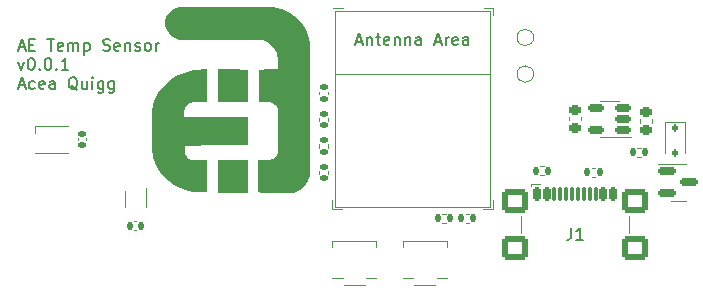
<source format=gbr>
%TF.GenerationSoftware,KiCad,Pcbnew,9.0.1*%
%TF.CreationDate,2025-08-28T21:03:41+10:00*%
%TF.ProjectId,ae-temp-monitor,61652d74-656d-4702-9d6d-6f6e69746f72,rev?*%
%TF.SameCoordinates,Original*%
%TF.FileFunction,Legend,Top*%
%TF.FilePolarity,Positive*%
%FSLAX46Y46*%
G04 Gerber Fmt 4.6, Leading zero omitted, Abs format (unit mm)*
G04 Created by KiCad (PCBNEW 9.0.1) date 2025-08-28 21:03:41*
%MOMM*%
%LPD*%
G01*
G04 APERTURE LIST*
G04 Aperture macros list*
%AMRoundRect*
0 Rectangle with rounded corners*
0 $1 Rounding radius*
0 $2 $3 $4 $5 $6 $7 $8 $9 X,Y pos of 4 corners*
0 Add a 4 corners polygon primitive as box body*
4,1,4,$2,$3,$4,$5,$6,$7,$8,$9,$2,$3,0*
0 Add four circle primitives for the rounded corners*
1,1,$1+$1,$2,$3*
1,1,$1+$1,$4,$5*
1,1,$1+$1,$6,$7*
1,1,$1+$1,$8,$9*
0 Add four rect primitives between the rounded corners*
20,1,$1+$1,$2,$3,$4,$5,0*
20,1,$1+$1,$4,$5,$6,$7,0*
20,1,$1+$1,$6,$7,$8,$9,0*
20,1,$1+$1,$8,$9,$2,$3,0*%
%AMFreePoly0*
4,1,6,0.725000,-0.725000,-0.725000,-0.725000,-0.725000,0.125000,-0.125000,0.725000,0.725000,0.725000,0.725000,-0.725000,0.725000,-0.725000,$1*%
G04 Aperture macros list end*
%ADD10C,0.150000*%
%ADD11C,0.120000*%
%ADD12C,0.000000*%
%ADD13C,0.750000*%
%ADD14R,1.400000X0.900000*%
%ADD15RoundRect,0.140000X0.170000X-0.140000X0.170000X0.140000X-0.170000X0.140000X-0.170000X-0.140000X0*%
%ADD16RoundRect,0.140000X-0.170000X0.140000X-0.170000X-0.140000X0.170000X-0.140000X0.170000X0.140000X0*%
%ADD17C,0.650000*%
%ADD18RoundRect,0.150000X-0.150000X-0.425000X0.150000X-0.425000X0.150000X0.425000X-0.150000X0.425000X0*%
%ADD19RoundRect,0.075000X-0.075000X-0.500000X0.075000X-0.500000X0.075000X0.500000X-0.075000X0.500000X0*%
%ADD20RoundRect,0.250000X-0.840000X-0.750000X0.840000X-0.750000X0.840000X0.750000X-0.840000X0.750000X0*%
%ADD21RoundRect,0.140000X0.140000X0.170000X-0.140000X0.170000X-0.140000X-0.170000X0.140000X-0.170000X0*%
%ADD22R,0.800000X0.400000*%
%ADD23R,0.400000X0.800000*%
%ADD24R,1.450000X1.450000*%
%ADD25FreePoly0,0.000000*%
%ADD26R,0.700000X0.700000*%
%ADD27RoundRect,0.135000X0.135000X0.185000X-0.135000X0.185000X-0.135000X-0.185000X0.135000X-0.185000X0*%
%ADD28RoundRect,0.135000X-0.185000X0.135000X-0.185000X-0.135000X0.185000X-0.135000X0.185000X0.135000X0*%
%ADD29R,0.340000X0.700000*%
%ADD30RoundRect,0.150000X-0.587500X-0.150000X0.587500X-0.150000X0.587500X0.150000X-0.587500X0.150000X0*%
%ADD31RoundRect,0.135000X-0.135000X-0.185000X0.135000X-0.185000X0.135000X0.185000X-0.135000X0.185000X0*%
%ADD32RoundRect,0.112500X-0.112500X0.187500X-0.112500X-0.187500X0.112500X-0.187500X0.112500X0.187500X0*%
%ADD33C,1.000000*%
%ADD34RoundRect,0.225000X0.250000X-0.225000X0.250000X0.225000X-0.250000X0.225000X-0.250000X-0.225000X0*%
%ADD35RoundRect,0.150000X0.512500X0.150000X-0.512500X0.150000X-0.512500X-0.150000X0.512500X-0.150000X0*%
%ADD36C,1.900000*%
G04 APERTURE END LIST*
D10*
X110764160Y-67574140D02*
X111240350Y-67574140D01*
X110668922Y-67859855D02*
X111002255Y-66859855D01*
X111002255Y-66859855D02*
X111335588Y-67859855D01*
X111668922Y-67336045D02*
X112002255Y-67336045D01*
X112145112Y-67859855D02*
X111668922Y-67859855D01*
X111668922Y-67859855D02*
X111668922Y-66859855D01*
X111668922Y-66859855D02*
X112145112Y-66859855D01*
X113192732Y-66859855D02*
X113764160Y-66859855D01*
X113478446Y-67859855D02*
X113478446Y-66859855D01*
X114478446Y-67812236D02*
X114383208Y-67859855D01*
X114383208Y-67859855D02*
X114192732Y-67859855D01*
X114192732Y-67859855D02*
X114097494Y-67812236D01*
X114097494Y-67812236D02*
X114049875Y-67716997D01*
X114049875Y-67716997D02*
X114049875Y-67336045D01*
X114049875Y-67336045D02*
X114097494Y-67240807D01*
X114097494Y-67240807D02*
X114192732Y-67193188D01*
X114192732Y-67193188D02*
X114383208Y-67193188D01*
X114383208Y-67193188D02*
X114478446Y-67240807D01*
X114478446Y-67240807D02*
X114526065Y-67336045D01*
X114526065Y-67336045D02*
X114526065Y-67431283D01*
X114526065Y-67431283D02*
X114049875Y-67526521D01*
X114954637Y-67859855D02*
X114954637Y-67193188D01*
X114954637Y-67288426D02*
X115002256Y-67240807D01*
X115002256Y-67240807D02*
X115097494Y-67193188D01*
X115097494Y-67193188D02*
X115240351Y-67193188D01*
X115240351Y-67193188D02*
X115335589Y-67240807D01*
X115335589Y-67240807D02*
X115383208Y-67336045D01*
X115383208Y-67336045D02*
X115383208Y-67859855D01*
X115383208Y-67336045D02*
X115430827Y-67240807D01*
X115430827Y-67240807D02*
X115526065Y-67193188D01*
X115526065Y-67193188D02*
X115668922Y-67193188D01*
X115668922Y-67193188D02*
X115764161Y-67240807D01*
X115764161Y-67240807D02*
X115811780Y-67336045D01*
X115811780Y-67336045D02*
X115811780Y-67859855D01*
X116287970Y-67193188D02*
X116287970Y-68193188D01*
X116287970Y-67240807D02*
X116383208Y-67193188D01*
X116383208Y-67193188D02*
X116573684Y-67193188D01*
X116573684Y-67193188D02*
X116668922Y-67240807D01*
X116668922Y-67240807D02*
X116716541Y-67288426D01*
X116716541Y-67288426D02*
X116764160Y-67383664D01*
X116764160Y-67383664D02*
X116764160Y-67669378D01*
X116764160Y-67669378D02*
X116716541Y-67764616D01*
X116716541Y-67764616D02*
X116668922Y-67812236D01*
X116668922Y-67812236D02*
X116573684Y-67859855D01*
X116573684Y-67859855D02*
X116383208Y-67859855D01*
X116383208Y-67859855D02*
X116287970Y-67812236D01*
X117907018Y-67812236D02*
X118049875Y-67859855D01*
X118049875Y-67859855D02*
X118287970Y-67859855D01*
X118287970Y-67859855D02*
X118383208Y-67812236D01*
X118383208Y-67812236D02*
X118430827Y-67764616D01*
X118430827Y-67764616D02*
X118478446Y-67669378D01*
X118478446Y-67669378D02*
X118478446Y-67574140D01*
X118478446Y-67574140D02*
X118430827Y-67478902D01*
X118430827Y-67478902D02*
X118383208Y-67431283D01*
X118383208Y-67431283D02*
X118287970Y-67383664D01*
X118287970Y-67383664D02*
X118097494Y-67336045D01*
X118097494Y-67336045D02*
X118002256Y-67288426D01*
X118002256Y-67288426D02*
X117954637Y-67240807D01*
X117954637Y-67240807D02*
X117907018Y-67145569D01*
X117907018Y-67145569D02*
X117907018Y-67050331D01*
X117907018Y-67050331D02*
X117954637Y-66955093D01*
X117954637Y-66955093D02*
X118002256Y-66907474D01*
X118002256Y-66907474D02*
X118097494Y-66859855D01*
X118097494Y-66859855D02*
X118335589Y-66859855D01*
X118335589Y-66859855D02*
X118478446Y-66907474D01*
X119287970Y-67812236D02*
X119192732Y-67859855D01*
X119192732Y-67859855D02*
X119002256Y-67859855D01*
X119002256Y-67859855D02*
X118907018Y-67812236D01*
X118907018Y-67812236D02*
X118859399Y-67716997D01*
X118859399Y-67716997D02*
X118859399Y-67336045D01*
X118859399Y-67336045D02*
X118907018Y-67240807D01*
X118907018Y-67240807D02*
X119002256Y-67193188D01*
X119002256Y-67193188D02*
X119192732Y-67193188D01*
X119192732Y-67193188D02*
X119287970Y-67240807D01*
X119287970Y-67240807D02*
X119335589Y-67336045D01*
X119335589Y-67336045D02*
X119335589Y-67431283D01*
X119335589Y-67431283D02*
X118859399Y-67526521D01*
X119764161Y-67193188D02*
X119764161Y-67859855D01*
X119764161Y-67288426D02*
X119811780Y-67240807D01*
X119811780Y-67240807D02*
X119907018Y-67193188D01*
X119907018Y-67193188D02*
X120049875Y-67193188D01*
X120049875Y-67193188D02*
X120145113Y-67240807D01*
X120145113Y-67240807D02*
X120192732Y-67336045D01*
X120192732Y-67336045D02*
X120192732Y-67859855D01*
X120621304Y-67812236D02*
X120716542Y-67859855D01*
X120716542Y-67859855D02*
X120907018Y-67859855D01*
X120907018Y-67859855D02*
X121002256Y-67812236D01*
X121002256Y-67812236D02*
X121049875Y-67716997D01*
X121049875Y-67716997D02*
X121049875Y-67669378D01*
X121049875Y-67669378D02*
X121002256Y-67574140D01*
X121002256Y-67574140D02*
X120907018Y-67526521D01*
X120907018Y-67526521D02*
X120764161Y-67526521D01*
X120764161Y-67526521D02*
X120668923Y-67478902D01*
X120668923Y-67478902D02*
X120621304Y-67383664D01*
X120621304Y-67383664D02*
X120621304Y-67336045D01*
X120621304Y-67336045D02*
X120668923Y-67240807D01*
X120668923Y-67240807D02*
X120764161Y-67193188D01*
X120764161Y-67193188D02*
X120907018Y-67193188D01*
X120907018Y-67193188D02*
X121002256Y-67240807D01*
X121621304Y-67859855D02*
X121526066Y-67812236D01*
X121526066Y-67812236D02*
X121478447Y-67764616D01*
X121478447Y-67764616D02*
X121430828Y-67669378D01*
X121430828Y-67669378D02*
X121430828Y-67383664D01*
X121430828Y-67383664D02*
X121478447Y-67288426D01*
X121478447Y-67288426D02*
X121526066Y-67240807D01*
X121526066Y-67240807D02*
X121621304Y-67193188D01*
X121621304Y-67193188D02*
X121764161Y-67193188D01*
X121764161Y-67193188D02*
X121859399Y-67240807D01*
X121859399Y-67240807D02*
X121907018Y-67288426D01*
X121907018Y-67288426D02*
X121954637Y-67383664D01*
X121954637Y-67383664D02*
X121954637Y-67669378D01*
X121954637Y-67669378D02*
X121907018Y-67764616D01*
X121907018Y-67764616D02*
X121859399Y-67812236D01*
X121859399Y-67812236D02*
X121764161Y-67859855D01*
X121764161Y-67859855D02*
X121621304Y-67859855D01*
X122383209Y-67859855D02*
X122383209Y-67193188D01*
X122383209Y-67383664D02*
X122430828Y-67288426D01*
X122430828Y-67288426D02*
X122478447Y-67240807D01*
X122478447Y-67240807D02*
X122573685Y-67193188D01*
X122573685Y-67193188D02*
X122668923Y-67193188D01*
X110716541Y-68803132D02*
X110954636Y-69469799D01*
X110954636Y-69469799D02*
X111192731Y-68803132D01*
X111764160Y-68469799D02*
X111859398Y-68469799D01*
X111859398Y-68469799D02*
X111954636Y-68517418D01*
X111954636Y-68517418D02*
X112002255Y-68565037D01*
X112002255Y-68565037D02*
X112049874Y-68660275D01*
X112049874Y-68660275D02*
X112097493Y-68850751D01*
X112097493Y-68850751D02*
X112097493Y-69088846D01*
X112097493Y-69088846D02*
X112049874Y-69279322D01*
X112049874Y-69279322D02*
X112002255Y-69374560D01*
X112002255Y-69374560D02*
X111954636Y-69422180D01*
X111954636Y-69422180D02*
X111859398Y-69469799D01*
X111859398Y-69469799D02*
X111764160Y-69469799D01*
X111764160Y-69469799D02*
X111668922Y-69422180D01*
X111668922Y-69422180D02*
X111621303Y-69374560D01*
X111621303Y-69374560D02*
X111573684Y-69279322D01*
X111573684Y-69279322D02*
X111526065Y-69088846D01*
X111526065Y-69088846D02*
X111526065Y-68850751D01*
X111526065Y-68850751D02*
X111573684Y-68660275D01*
X111573684Y-68660275D02*
X111621303Y-68565037D01*
X111621303Y-68565037D02*
X111668922Y-68517418D01*
X111668922Y-68517418D02*
X111764160Y-68469799D01*
X112526065Y-69374560D02*
X112573684Y-69422180D01*
X112573684Y-69422180D02*
X112526065Y-69469799D01*
X112526065Y-69469799D02*
X112478446Y-69422180D01*
X112478446Y-69422180D02*
X112526065Y-69374560D01*
X112526065Y-69374560D02*
X112526065Y-69469799D01*
X113192731Y-68469799D02*
X113287969Y-68469799D01*
X113287969Y-68469799D02*
X113383207Y-68517418D01*
X113383207Y-68517418D02*
X113430826Y-68565037D01*
X113430826Y-68565037D02*
X113478445Y-68660275D01*
X113478445Y-68660275D02*
X113526064Y-68850751D01*
X113526064Y-68850751D02*
X113526064Y-69088846D01*
X113526064Y-69088846D02*
X113478445Y-69279322D01*
X113478445Y-69279322D02*
X113430826Y-69374560D01*
X113430826Y-69374560D02*
X113383207Y-69422180D01*
X113383207Y-69422180D02*
X113287969Y-69469799D01*
X113287969Y-69469799D02*
X113192731Y-69469799D01*
X113192731Y-69469799D02*
X113097493Y-69422180D01*
X113097493Y-69422180D02*
X113049874Y-69374560D01*
X113049874Y-69374560D02*
X113002255Y-69279322D01*
X113002255Y-69279322D02*
X112954636Y-69088846D01*
X112954636Y-69088846D02*
X112954636Y-68850751D01*
X112954636Y-68850751D02*
X113002255Y-68660275D01*
X113002255Y-68660275D02*
X113049874Y-68565037D01*
X113049874Y-68565037D02*
X113097493Y-68517418D01*
X113097493Y-68517418D02*
X113192731Y-68469799D01*
X113954636Y-69374560D02*
X114002255Y-69422180D01*
X114002255Y-69422180D02*
X113954636Y-69469799D01*
X113954636Y-69469799D02*
X113907017Y-69422180D01*
X113907017Y-69422180D02*
X113954636Y-69374560D01*
X113954636Y-69374560D02*
X113954636Y-69469799D01*
X114954635Y-69469799D02*
X114383207Y-69469799D01*
X114668921Y-69469799D02*
X114668921Y-68469799D01*
X114668921Y-68469799D02*
X114573683Y-68612656D01*
X114573683Y-68612656D02*
X114478445Y-68707894D01*
X114478445Y-68707894D02*
X114383207Y-68755513D01*
X110764160Y-70794028D02*
X111240350Y-70794028D01*
X110668922Y-71079743D02*
X111002255Y-70079743D01*
X111002255Y-70079743D02*
X111335588Y-71079743D01*
X112097493Y-71032124D02*
X112002255Y-71079743D01*
X112002255Y-71079743D02*
X111811779Y-71079743D01*
X111811779Y-71079743D02*
X111716541Y-71032124D01*
X111716541Y-71032124D02*
X111668922Y-70984504D01*
X111668922Y-70984504D02*
X111621303Y-70889266D01*
X111621303Y-70889266D02*
X111621303Y-70603552D01*
X111621303Y-70603552D02*
X111668922Y-70508314D01*
X111668922Y-70508314D02*
X111716541Y-70460695D01*
X111716541Y-70460695D02*
X111811779Y-70413076D01*
X111811779Y-70413076D02*
X112002255Y-70413076D01*
X112002255Y-70413076D02*
X112097493Y-70460695D01*
X112907017Y-71032124D02*
X112811779Y-71079743D01*
X112811779Y-71079743D02*
X112621303Y-71079743D01*
X112621303Y-71079743D02*
X112526065Y-71032124D01*
X112526065Y-71032124D02*
X112478446Y-70936885D01*
X112478446Y-70936885D02*
X112478446Y-70555933D01*
X112478446Y-70555933D02*
X112526065Y-70460695D01*
X112526065Y-70460695D02*
X112621303Y-70413076D01*
X112621303Y-70413076D02*
X112811779Y-70413076D01*
X112811779Y-70413076D02*
X112907017Y-70460695D01*
X112907017Y-70460695D02*
X112954636Y-70555933D01*
X112954636Y-70555933D02*
X112954636Y-70651171D01*
X112954636Y-70651171D02*
X112478446Y-70746409D01*
X113811779Y-71079743D02*
X113811779Y-70555933D01*
X113811779Y-70555933D02*
X113764160Y-70460695D01*
X113764160Y-70460695D02*
X113668922Y-70413076D01*
X113668922Y-70413076D02*
X113478446Y-70413076D01*
X113478446Y-70413076D02*
X113383208Y-70460695D01*
X113811779Y-71032124D02*
X113716541Y-71079743D01*
X113716541Y-71079743D02*
X113478446Y-71079743D01*
X113478446Y-71079743D02*
X113383208Y-71032124D01*
X113383208Y-71032124D02*
X113335589Y-70936885D01*
X113335589Y-70936885D02*
X113335589Y-70841647D01*
X113335589Y-70841647D02*
X113383208Y-70746409D01*
X113383208Y-70746409D02*
X113478446Y-70698790D01*
X113478446Y-70698790D02*
X113716541Y-70698790D01*
X113716541Y-70698790D02*
X113811779Y-70651171D01*
X115716541Y-71174981D02*
X115621303Y-71127362D01*
X115621303Y-71127362D02*
X115526065Y-71032124D01*
X115526065Y-71032124D02*
X115383208Y-70889266D01*
X115383208Y-70889266D02*
X115287970Y-70841647D01*
X115287970Y-70841647D02*
X115192732Y-70841647D01*
X115240351Y-71079743D02*
X115145113Y-71032124D01*
X115145113Y-71032124D02*
X115049875Y-70936885D01*
X115049875Y-70936885D02*
X115002256Y-70746409D01*
X115002256Y-70746409D02*
X115002256Y-70413076D01*
X115002256Y-70413076D02*
X115049875Y-70222600D01*
X115049875Y-70222600D02*
X115145113Y-70127362D01*
X115145113Y-70127362D02*
X115240351Y-70079743D01*
X115240351Y-70079743D02*
X115430827Y-70079743D01*
X115430827Y-70079743D02*
X115526065Y-70127362D01*
X115526065Y-70127362D02*
X115621303Y-70222600D01*
X115621303Y-70222600D02*
X115668922Y-70413076D01*
X115668922Y-70413076D02*
X115668922Y-70746409D01*
X115668922Y-70746409D02*
X115621303Y-70936885D01*
X115621303Y-70936885D02*
X115526065Y-71032124D01*
X115526065Y-71032124D02*
X115430827Y-71079743D01*
X115430827Y-71079743D02*
X115240351Y-71079743D01*
X116526065Y-70413076D02*
X116526065Y-71079743D01*
X116097494Y-70413076D02*
X116097494Y-70936885D01*
X116097494Y-70936885D02*
X116145113Y-71032124D01*
X116145113Y-71032124D02*
X116240351Y-71079743D01*
X116240351Y-71079743D02*
X116383208Y-71079743D01*
X116383208Y-71079743D02*
X116478446Y-71032124D01*
X116478446Y-71032124D02*
X116526065Y-70984504D01*
X117002256Y-71079743D02*
X117002256Y-70413076D01*
X117002256Y-70079743D02*
X116954637Y-70127362D01*
X116954637Y-70127362D02*
X117002256Y-70174981D01*
X117002256Y-70174981D02*
X117049875Y-70127362D01*
X117049875Y-70127362D02*
X117002256Y-70079743D01*
X117002256Y-70079743D02*
X117002256Y-70174981D01*
X117907017Y-70413076D02*
X117907017Y-71222600D01*
X117907017Y-71222600D02*
X117859398Y-71317838D01*
X117859398Y-71317838D02*
X117811779Y-71365457D01*
X117811779Y-71365457D02*
X117716541Y-71413076D01*
X117716541Y-71413076D02*
X117573684Y-71413076D01*
X117573684Y-71413076D02*
X117478446Y-71365457D01*
X117907017Y-71032124D02*
X117811779Y-71079743D01*
X117811779Y-71079743D02*
X117621303Y-71079743D01*
X117621303Y-71079743D02*
X117526065Y-71032124D01*
X117526065Y-71032124D02*
X117478446Y-70984504D01*
X117478446Y-70984504D02*
X117430827Y-70889266D01*
X117430827Y-70889266D02*
X117430827Y-70603552D01*
X117430827Y-70603552D02*
X117478446Y-70508314D01*
X117478446Y-70508314D02*
X117526065Y-70460695D01*
X117526065Y-70460695D02*
X117621303Y-70413076D01*
X117621303Y-70413076D02*
X117811779Y-70413076D01*
X117811779Y-70413076D02*
X117907017Y-70460695D01*
X118811779Y-70413076D02*
X118811779Y-71222600D01*
X118811779Y-71222600D02*
X118764160Y-71317838D01*
X118764160Y-71317838D02*
X118716541Y-71365457D01*
X118716541Y-71365457D02*
X118621303Y-71413076D01*
X118621303Y-71413076D02*
X118478446Y-71413076D01*
X118478446Y-71413076D02*
X118383208Y-71365457D01*
X118811779Y-71032124D02*
X118716541Y-71079743D01*
X118716541Y-71079743D02*
X118526065Y-71079743D01*
X118526065Y-71079743D02*
X118430827Y-71032124D01*
X118430827Y-71032124D02*
X118383208Y-70984504D01*
X118383208Y-70984504D02*
X118335589Y-70889266D01*
X118335589Y-70889266D02*
X118335589Y-70603552D01*
X118335589Y-70603552D02*
X118383208Y-70508314D01*
X118383208Y-70508314D02*
X118430827Y-70460695D01*
X118430827Y-70460695D02*
X118526065Y-70413076D01*
X118526065Y-70413076D02*
X118716541Y-70413076D01*
X118716541Y-70413076D02*
X118811779Y-70460695D01*
X157526666Y-82854743D02*
X157526666Y-83569028D01*
X157526666Y-83569028D02*
X157479047Y-83711885D01*
X157479047Y-83711885D02*
X157383809Y-83807124D01*
X157383809Y-83807124D02*
X157240952Y-83854743D01*
X157240952Y-83854743D02*
X157145714Y-83854743D01*
X158526666Y-83854743D02*
X157955238Y-83854743D01*
X158240952Y-83854743D02*
X158240952Y-82854743D01*
X158240952Y-82854743D02*
X158145714Y-82997600D01*
X158145714Y-82997600D02*
X158050476Y-83092838D01*
X158050476Y-83092838D02*
X157955238Y-83140457D01*
X139341689Y-67079029D02*
X139817879Y-67079029D01*
X139246451Y-67364744D02*
X139579784Y-66364744D01*
X139579784Y-66364744D02*
X139913117Y-67364744D01*
X140246451Y-66698077D02*
X140246451Y-67364744D01*
X140246451Y-66793315D02*
X140294070Y-66745696D01*
X140294070Y-66745696D02*
X140389308Y-66698077D01*
X140389308Y-66698077D02*
X140532165Y-66698077D01*
X140532165Y-66698077D02*
X140627403Y-66745696D01*
X140627403Y-66745696D02*
X140675022Y-66840934D01*
X140675022Y-66840934D02*
X140675022Y-67364744D01*
X141008356Y-66698077D02*
X141389308Y-66698077D01*
X141151213Y-66364744D02*
X141151213Y-67221886D01*
X141151213Y-67221886D02*
X141198832Y-67317125D01*
X141198832Y-67317125D02*
X141294070Y-67364744D01*
X141294070Y-67364744D02*
X141389308Y-67364744D01*
X142103594Y-67317125D02*
X142008356Y-67364744D01*
X142008356Y-67364744D02*
X141817880Y-67364744D01*
X141817880Y-67364744D02*
X141722642Y-67317125D01*
X141722642Y-67317125D02*
X141675023Y-67221886D01*
X141675023Y-67221886D02*
X141675023Y-66840934D01*
X141675023Y-66840934D02*
X141722642Y-66745696D01*
X141722642Y-66745696D02*
X141817880Y-66698077D01*
X141817880Y-66698077D02*
X142008356Y-66698077D01*
X142008356Y-66698077D02*
X142103594Y-66745696D01*
X142103594Y-66745696D02*
X142151213Y-66840934D01*
X142151213Y-66840934D02*
X142151213Y-66936172D01*
X142151213Y-66936172D02*
X141675023Y-67031410D01*
X142579785Y-66698077D02*
X142579785Y-67364744D01*
X142579785Y-66793315D02*
X142627404Y-66745696D01*
X142627404Y-66745696D02*
X142722642Y-66698077D01*
X142722642Y-66698077D02*
X142865499Y-66698077D01*
X142865499Y-66698077D02*
X142960737Y-66745696D01*
X142960737Y-66745696D02*
X143008356Y-66840934D01*
X143008356Y-66840934D02*
X143008356Y-67364744D01*
X143484547Y-66698077D02*
X143484547Y-67364744D01*
X143484547Y-66793315D02*
X143532166Y-66745696D01*
X143532166Y-66745696D02*
X143627404Y-66698077D01*
X143627404Y-66698077D02*
X143770261Y-66698077D01*
X143770261Y-66698077D02*
X143865499Y-66745696D01*
X143865499Y-66745696D02*
X143913118Y-66840934D01*
X143913118Y-66840934D02*
X143913118Y-67364744D01*
X144817880Y-67364744D02*
X144817880Y-66840934D01*
X144817880Y-66840934D02*
X144770261Y-66745696D01*
X144770261Y-66745696D02*
X144675023Y-66698077D01*
X144675023Y-66698077D02*
X144484547Y-66698077D01*
X144484547Y-66698077D02*
X144389309Y-66745696D01*
X144817880Y-67317125D02*
X144722642Y-67364744D01*
X144722642Y-67364744D02*
X144484547Y-67364744D01*
X144484547Y-67364744D02*
X144389309Y-67317125D01*
X144389309Y-67317125D02*
X144341690Y-67221886D01*
X144341690Y-67221886D02*
X144341690Y-67126648D01*
X144341690Y-67126648D02*
X144389309Y-67031410D01*
X144389309Y-67031410D02*
X144484547Y-66983791D01*
X144484547Y-66983791D02*
X144722642Y-66983791D01*
X144722642Y-66983791D02*
X144817880Y-66936172D01*
X146008357Y-67079029D02*
X146484547Y-67079029D01*
X145913119Y-67364744D02*
X146246452Y-66364744D01*
X146246452Y-66364744D02*
X146579785Y-67364744D01*
X146913119Y-67364744D02*
X146913119Y-66698077D01*
X146913119Y-66888553D02*
X146960738Y-66793315D01*
X146960738Y-66793315D02*
X147008357Y-66745696D01*
X147008357Y-66745696D02*
X147103595Y-66698077D01*
X147103595Y-66698077D02*
X147198833Y-66698077D01*
X147913119Y-67317125D02*
X147817881Y-67364744D01*
X147817881Y-67364744D02*
X147627405Y-67364744D01*
X147627405Y-67364744D02*
X147532167Y-67317125D01*
X147532167Y-67317125D02*
X147484548Y-67221886D01*
X147484548Y-67221886D02*
X147484548Y-66840934D01*
X147484548Y-66840934D02*
X147532167Y-66745696D01*
X147532167Y-66745696D02*
X147627405Y-66698077D01*
X147627405Y-66698077D02*
X147817881Y-66698077D01*
X147817881Y-66698077D02*
X147913119Y-66745696D01*
X147913119Y-66745696D02*
X147960738Y-66840934D01*
X147960738Y-66840934D02*
X147960738Y-66936172D01*
X147960738Y-66936172D02*
X147484548Y-67031410D01*
X148817881Y-67364744D02*
X148817881Y-66840934D01*
X148817881Y-66840934D02*
X148770262Y-66745696D01*
X148770262Y-66745696D02*
X148675024Y-66698077D01*
X148675024Y-66698077D02*
X148484548Y-66698077D01*
X148484548Y-66698077D02*
X148389310Y-66745696D01*
X148817881Y-67317125D02*
X148722643Y-67364744D01*
X148722643Y-67364744D02*
X148484548Y-67364744D01*
X148484548Y-67364744D02*
X148389310Y-67317125D01*
X148389310Y-67317125D02*
X148341691Y-67221886D01*
X148341691Y-67221886D02*
X148341691Y-67126648D01*
X148341691Y-67126648D02*
X148389310Y-67031410D01*
X148389310Y-67031410D02*
X148484548Y-66983791D01*
X148484548Y-66983791D02*
X148722643Y-66983791D01*
X148722643Y-66983791D02*
X148817881Y-66936172D01*
D11*
%TO.C,SW2*%
X143295000Y-83964924D02*
X143295000Y-84514924D01*
X143295000Y-83964924D02*
X146995000Y-83964924D01*
X143295000Y-87064924D02*
X144157501Y-87064924D01*
X144245000Y-87714924D02*
X146026250Y-87714924D01*
X146132499Y-87064924D02*
X146995000Y-87064924D01*
X146995000Y-83964924D02*
X146995000Y-84514924D01*
%TO.C,C2*%
X136218595Y-71542761D02*
X136218595Y-71327089D01*
X136938595Y-71542761D02*
X136938595Y-71327089D01*
%TO.C,C5*%
X136218595Y-78077090D02*
X136218595Y-78292762D01*
X136938595Y-78077090D02*
X136938595Y-78292762D01*
%TO.C,J1*%
X153279999Y-83254924D02*
X153280000Y-81844924D01*
X154100000Y-79174923D02*
X154100000Y-79324923D01*
X154900000Y-79174924D02*
X154100000Y-79174923D01*
X162440001Y-83254924D02*
X162440000Y-81844924D01*
%TO.C,C4*%
X120727836Y-82299923D02*
X120512164Y-82299923D01*
X120727836Y-83019923D02*
X120512164Y-83019923D01*
%TO.C,SW1*%
X137325000Y-83959924D02*
X137325000Y-84509924D01*
X137325000Y-83959924D02*
X141025000Y-83959924D01*
X137325000Y-87059924D02*
X138187501Y-87059924D01*
X138275000Y-87709924D02*
X140056250Y-87709924D01*
X140162499Y-87059924D02*
X141025000Y-87059924D01*
X141025000Y-83959924D02*
X141025000Y-84509924D01*
%TO.C,C1*%
X136218595Y-73772763D02*
X136218595Y-73557091D01*
X136938595Y-73772763D02*
X136938595Y-73557091D01*
%TO.C,U1*%
X137303595Y-80459925D02*
X137303595Y-81259926D01*
X137303595Y-81259926D02*
X138103595Y-81259925D01*
X137503595Y-64459925D02*
X150703595Y-64459925D01*
X137503595Y-69859925D02*
X150703595Y-69859925D01*
X137503595Y-81059925D02*
X137503595Y-64459925D01*
X138178595Y-64259925D02*
X137328595Y-64259925D01*
X150153595Y-64259924D02*
X150903595Y-64259924D01*
X150703595Y-64459925D02*
X150703595Y-81059925D01*
X150703595Y-81059925D02*
X137503595Y-81059925D01*
X150903595Y-64259924D02*
X150903596Y-64859925D01*
X150903595Y-80459925D02*
X150903595Y-81259926D01*
X150903595Y-81259926D02*
X150103595Y-81259925D01*
%TO.C,D2*%
X112109999Y-74194923D02*
X112109999Y-74844923D01*
X112109999Y-74194923D02*
X114949999Y-74194923D01*
X112109999Y-76494923D02*
X114949999Y-76494923D01*
D12*
%TO.C,G\u002A\u002A\u002A*%
G36*
X128887376Y-69435839D02*
G01*
X130139158Y-69444307D01*
X130139159Y-72194625D01*
X128885337Y-72203094D01*
X127631515Y-72211563D01*
X127629981Y-71280929D01*
X127628926Y-71022453D01*
X127626734Y-70767833D01*
X127623594Y-70529265D01*
X127619699Y-70318944D01*
X127615238Y-70149064D01*
X127610451Y-70032667D01*
X127604720Y-69876738D01*
X127604582Y-69727707D01*
X127609855Y-69609013D01*
X127614024Y-69571206D01*
X127635594Y-69427372D01*
X128887376Y-69435839D01*
G37*
G36*
X130139158Y-79863160D02*
G01*
X128906467Y-79872443D01*
X128577779Y-79874493D01*
X128308498Y-79875128D01*
X128093331Y-79874211D01*
X127926984Y-79871609D01*
X127804163Y-79867186D01*
X127719575Y-79860805D01*
X127667926Y-79852331D01*
X127643923Y-79841628D01*
X127642572Y-79840086D01*
X127634859Y-79797543D01*
X127628171Y-79694747D01*
X127622602Y-79536156D01*
X127618245Y-79326222D01*
X127615194Y-79069403D01*
X127613544Y-78770153D01*
X127613352Y-78455644D01*
X127615337Y-77112842D01*
X128885685Y-77104377D01*
X130156032Y-77095912D01*
X130139158Y-79863160D01*
G37*
G36*
X126693171Y-72210804D02*
G01*
X126084267Y-72210804D01*
X125815911Y-72213189D01*
X125602840Y-72221480D01*
X125435764Y-72237376D01*
X125305389Y-72262578D01*
X125202427Y-72298788D01*
X125117585Y-72347705D01*
X125054043Y-72399384D01*
X124945146Y-72518010D01*
X124869337Y-72650578D01*
X124821228Y-72811577D01*
X124795430Y-73015496D01*
X124790305Y-73108514D01*
X124776801Y-73439982D01*
X127457980Y-73448259D01*
X130139159Y-73456536D01*
X130139158Y-75850931D01*
X127469732Y-75867109D01*
X124800305Y-75883288D01*
X124800819Y-76206855D01*
X124802768Y-76361332D01*
X124810390Y-76470151D01*
X124827225Y-76552328D01*
X124856813Y-76626884D01*
X124891146Y-76692205D01*
X125023160Y-76867945D01*
X125193930Y-76993243D01*
X125398031Y-77064136D01*
X125400937Y-77064692D01*
X125490260Y-77075422D01*
X125629303Y-77084620D01*
X125803079Y-77091628D01*
X125996600Y-77095792D01*
X126131344Y-77096663D01*
X126693171Y-77096663D01*
X126693171Y-78469913D01*
X126692618Y-78761437D01*
X126691037Y-79032332D01*
X126688546Y-79275881D01*
X126685264Y-79485370D01*
X126681306Y-79654077D01*
X126676793Y-79775288D01*
X126671840Y-79842285D01*
X126668904Y-79853626D01*
X126629937Y-79855956D01*
X126537621Y-79855729D01*
X126403260Y-79853142D01*
X126238159Y-79848392D01*
X126110751Y-79843901D01*
X125592740Y-79803244D01*
X125118388Y-79720046D01*
X124679838Y-79590926D01*
X124269229Y-79412504D01*
X123878704Y-79181399D01*
X123500402Y-78894233D01*
X123148691Y-78569927D01*
X122923305Y-78334014D01*
X122741199Y-78116986D01*
X122590893Y-77903248D01*
X122460904Y-77677206D01*
X122397544Y-77549657D01*
X122321901Y-77383427D01*
X122261445Y-77231246D01*
X122210878Y-77075857D01*
X122164908Y-76900004D01*
X122118236Y-76686432D01*
X122091434Y-76552190D01*
X122074696Y-76464202D01*
X122060698Y-76381998D01*
X122049194Y-76298975D01*
X122039940Y-76208533D01*
X122032693Y-76104071D01*
X122027208Y-75978990D01*
X122023241Y-75826688D01*
X122020548Y-75640565D01*
X122018885Y-75414021D01*
X122018008Y-75140454D01*
X122017673Y-74813265D01*
X122017630Y-74556663D01*
X122017630Y-72938829D01*
X122109789Y-72537484D01*
X122217763Y-72141907D01*
X122352838Y-71791430D01*
X122523672Y-71469120D01*
X122738919Y-71158049D01*
X122937528Y-70918748D01*
X123291970Y-70556838D01*
X123669448Y-70248753D01*
X124074036Y-69992684D01*
X124509809Y-69786816D01*
X124980843Y-69629335D01*
X125491211Y-69518428D01*
X126044987Y-69452282D01*
X126262820Y-69438735D01*
X126693171Y-69418096D01*
X126693171Y-72210804D01*
G37*
G36*
X126779677Y-64125387D02*
G01*
X127256242Y-64126468D01*
X127790106Y-64128017D01*
X128384861Y-64129931D01*
X128425518Y-64130065D01*
X132274700Y-64142764D01*
X132646802Y-64225138D01*
X133040266Y-64330242D01*
X133389331Y-64464297D01*
X133710784Y-64635190D01*
X134021413Y-64850801D01*
X134083638Y-64899920D01*
X134420999Y-65204022D01*
X134715182Y-65536555D01*
X134960313Y-65889419D01*
X135150517Y-66254511D01*
X135243631Y-66499849D01*
X135285844Y-66634496D01*
X135316958Y-66746756D01*
X135341066Y-66856293D01*
X135362258Y-66982774D01*
X135384626Y-67145866D01*
X135395085Y-67227874D01*
X135398802Y-67289651D01*
X135402405Y-67413363D01*
X135405875Y-67596232D01*
X135409195Y-67835479D01*
X135412349Y-68128326D01*
X135415319Y-68471994D01*
X135418086Y-68863706D01*
X135420636Y-69300682D01*
X135422949Y-69780144D01*
X135425009Y-70299313D01*
X135426797Y-70855413D01*
X135428297Y-71445663D01*
X135429494Y-72067286D01*
X135430367Y-72717504D01*
X135430568Y-72922651D01*
X135431182Y-73618350D01*
X135431701Y-74252327D01*
X135432096Y-74827570D01*
X135432329Y-75347070D01*
X135432370Y-75813816D01*
X135432187Y-76230799D01*
X135431745Y-76601009D01*
X135431012Y-76927436D01*
X135429956Y-77213069D01*
X135428545Y-77460899D01*
X135426744Y-77673915D01*
X135424522Y-77855110D01*
X135421846Y-78007471D01*
X135418683Y-78133987D01*
X135415000Y-78237652D01*
X135410766Y-78321454D01*
X135405945Y-78388382D01*
X135400508Y-78441427D01*
X135394419Y-78483578D01*
X135387648Y-78517828D01*
X135380160Y-78547163D01*
X135371924Y-78574576D01*
X135368604Y-78585071D01*
X135256784Y-78857209D01*
X135104029Y-79112000D01*
X134923273Y-79328654D01*
X134880507Y-79369617D01*
X134715746Y-79510861D01*
X134564407Y-79615518D01*
X134401145Y-79698812D01*
X134208611Y-79773177D01*
X133957247Y-79861100D01*
X132598267Y-79866712D01*
X132304653Y-79867570D01*
X132028612Y-79867698D01*
X131777424Y-79867141D01*
X131558369Y-79865949D01*
X131378728Y-79864165D01*
X131245781Y-79861836D01*
X131166807Y-79859008D01*
X131150305Y-79857504D01*
X131061324Y-79842683D01*
X131061323Y-77104131D01*
X131603299Y-77090015D01*
X131832316Y-77082344D01*
X132008150Y-77070988D01*
X132142327Y-77053158D01*
X132246372Y-77026071D01*
X132331808Y-76986937D01*
X132410161Y-76932969D01*
X132472665Y-76879778D01*
X132518522Y-76839164D01*
X132557609Y-76802499D01*
X132590493Y-76764533D01*
X132617737Y-76720016D01*
X132639907Y-76663699D01*
X132657566Y-76590332D01*
X132671280Y-76494665D01*
X132681616Y-76371447D01*
X132689136Y-76215430D01*
X132694405Y-76021362D01*
X132697990Y-75783996D01*
X132700454Y-75498079D01*
X132702363Y-75158364D01*
X132704281Y-74759599D01*
X132704448Y-74725702D01*
X132706032Y-74279854D01*
X132706113Y-73887734D01*
X132704712Y-73551017D01*
X132701849Y-73271381D01*
X132697547Y-73050502D01*
X132691824Y-72890056D01*
X132684701Y-72791722D01*
X132680250Y-72764921D01*
X132596093Y-72570543D01*
X132456837Y-72409439D01*
X132341349Y-72325059D01*
X132281746Y-72289323D01*
X132228323Y-72263210D01*
X132169389Y-72244838D01*
X132093263Y-72232333D01*
X131988256Y-72223815D01*
X131842681Y-72217408D01*
X131644853Y-72211235D01*
X131630113Y-72210803D01*
X131077502Y-72194625D01*
X131077502Y-69444308D01*
X131886420Y-69428128D01*
X132695337Y-69411950D01*
X132691430Y-68861886D01*
X132689215Y-68654670D01*
X132684879Y-68498082D01*
X132676835Y-68378042D01*
X132663488Y-68280466D01*
X132643250Y-68191273D01*
X132614531Y-68096382D01*
X132600073Y-68052969D01*
X132471067Y-67765853D01*
X132291034Y-67505972D01*
X132068904Y-67282937D01*
X131813605Y-67106356D01*
X131645473Y-67025589D01*
X131465783Y-66952842D01*
X127906547Y-66936663D01*
X124347311Y-66920485D01*
X124142535Y-66846481D01*
X123862695Y-66719556D01*
X123634110Y-66557018D01*
X123451044Y-66352956D01*
X123307758Y-66101462D01*
X123233439Y-65910359D01*
X123176732Y-65642822D01*
X123179604Y-65372675D01*
X123237922Y-65108646D01*
X123347554Y-64859468D01*
X123504367Y-64633870D01*
X123704227Y-64440586D01*
X123943005Y-64288345D01*
X124017563Y-64253708D01*
X124065638Y-64233629D01*
X124113564Y-64215627D01*
X124164935Y-64199602D01*
X124223338Y-64185454D01*
X124292364Y-64173083D01*
X124375605Y-64162385D01*
X124476649Y-64153262D01*
X124599089Y-64145613D01*
X124746514Y-64139337D01*
X124922514Y-64134333D01*
X125130681Y-64130501D01*
X125374605Y-64127739D01*
X125657876Y-64125948D01*
X125984085Y-64125025D01*
X126356822Y-64124872D01*
X126779677Y-64125387D01*
G37*
D11*
%TO.C,R2*%
X163416140Y-76079923D02*
X163108858Y-76079923D01*
X163416140Y-76839923D02*
X163108858Y-76839923D01*
%TO.C,R1*%
X136198595Y-75781285D02*
X136198595Y-76088567D01*
X136958595Y-75781285D02*
X136958595Y-76088567D01*
%TO.C,R4*%
X148903641Y-81654924D02*
X148596359Y-81654924D01*
X148903641Y-82414924D02*
X148596359Y-82414924D01*
%TO.C,U2*%
X119719999Y-81059925D02*
X119719999Y-79759925D01*
X121520000Y-79509925D02*
X121520001Y-81059925D01*
%TO.C,Q1*%
X166600000Y-77424924D02*
X164925001Y-77424925D01*
X166600000Y-77424924D02*
X167250000Y-77424925D01*
X166600000Y-80544926D02*
X165950000Y-80544925D01*
X166600000Y-80544926D02*
X167250000Y-80544925D01*
%TO.C,R3*%
X146596359Y-81654924D02*
X146903641Y-81654924D01*
X146596359Y-82414924D02*
X146903641Y-82414924D01*
%TO.C,D1*%
X165500001Y-73849925D02*
X165500001Y-76509925D01*
X167200001Y-73849925D02*
X165500001Y-73849925D01*
X167200001Y-73849925D02*
X167200001Y-76509925D01*
%TO.C,R6*%
X159578642Y-77779925D02*
X159271360Y-77779925D01*
X159578642Y-78539925D02*
X159271360Y-78539925D01*
%TO.C,TP3*%
X154353595Y-66734924D02*
G75*
G02*
X152953595Y-66734924I-700000J0D01*
G01*
X152953595Y-66734924D02*
G75*
G02*
X154353595Y-66734924I700000J0D01*
G01*
%TO.C,R5*%
X155203640Y-77629923D02*
X154896358Y-77629923D01*
X155203640Y-78389923D02*
X154896358Y-78389923D01*
%TO.C,C7*%
X157324847Y-73758607D02*
X157324847Y-73477445D01*
X158344847Y-73758607D02*
X158344847Y-73477445D01*
%TO.C,C6*%
X163365480Y-73950609D02*
X163365480Y-73669447D01*
X164385480Y-73950609D02*
X164385480Y-73669447D01*
%TO.C,C3*%
X115754999Y-75237087D02*
X115754999Y-75452759D01*
X116474999Y-75237087D02*
X116474999Y-75452759D01*
%TO.C,TP5*%
X154353596Y-69834925D02*
G75*
G02*
X152953596Y-69834925I-700000J0D01*
G01*
X152953596Y-69834925D02*
G75*
G02*
X154353596Y-69834925I700000J0D01*
G01*
%TO.C,U4*%
X160804914Y-72070536D02*
X160004914Y-72070537D01*
X160804914Y-72070536D02*
X161604914Y-72070537D01*
X160804914Y-75190538D02*
X160004914Y-75190537D01*
X160804914Y-75190538D02*
X162604914Y-75190537D01*
%TD*%
%LPC*%
D13*
%TO.C,SW2*%
X145145000Y-86589924D03*
X145145000Y-84764924D03*
D14*
X146945000Y-86314924D03*
X143345000Y-86314924D03*
X146945000Y-85014924D03*
X143345000Y-85014924D03*
%TD*%
D15*
%TO.C,C2*%
X136578595Y-71914925D03*
X136578595Y-70954925D03*
%TD*%
D16*
%TO.C,C5*%
X136578595Y-77704926D03*
X136578595Y-78664926D03*
%TD*%
D17*
%TO.C,J1*%
X154970000Y-81084924D03*
X160750000Y-81084924D03*
D18*
X154660000Y-80009924D03*
X155460000Y-80009924D03*
D19*
X156610000Y-80009925D03*
X157610000Y-80009924D03*
X158110000Y-80009924D03*
X159110000Y-80009925D03*
D18*
X160260000Y-80009924D03*
X161060000Y-80009924D03*
X161060000Y-80009924D03*
X160260000Y-80009924D03*
D19*
X159610000Y-80009924D03*
X158610000Y-80009924D03*
X157110000Y-80009924D03*
X156110000Y-80009924D03*
D18*
X155460000Y-80009924D03*
X154660000Y-80009924D03*
D20*
X152750000Y-80584924D03*
X152750000Y-84514924D03*
X162970000Y-80584924D03*
X162970000Y-84514924D03*
%TD*%
D21*
%TO.C,C4*%
X121100000Y-82659923D03*
X120140000Y-82659923D03*
%TD*%
D13*
%TO.C,SW1*%
X139175000Y-86584924D03*
X139175000Y-84759924D03*
D14*
X140975000Y-86309924D03*
X137375000Y-86309924D03*
X140975000Y-85009924D03*
X137375000Y-85009924D03*
%TD*%
D15*
%TO.C,C1*%
X136578595Y-74144927D03*
X136578595Y-73184927D03*
%TD*%
D22*
%TO.C,U1*%
X138203595Y-71459925D03*
X138203595Y-72259926D03*
X138203595Y-73059925D03*
X138203595Y-73859924D03*
X138203595Y-74659925D03*
X138203595Y-75459925D03*
X138203595Y-76259925D03*
X138203595Y-77059925D03*
X138203595Y-77859926D03*
X138203595Y-78659925D03*
X138203595Y-79459924D03*
D23*
X139303595Y-80359925D03*
X140103594Y-80359925D03*
X140903595Y-80359925D03*
X141703595Y-80359925D03*
X142503595Y-80359925D03*
X143303595Y-80359925D03*
X144103595Y-80359926D03*
X144903595Y-80359925D03*
X145703595Y-80359925D03*
X146503595Y-80359925D03*
X147303595Y-80359925D03*
X148103596Y-80359925D03*
X148903595Y-80359925D03*
D22*
X150003595Y-79459924D03*
X150003595Y-78659925D03*
X150003595Y-77859926D03*
X150003595Y-77059925D03*
X150003595Y-76259925D03*
X150003595Y-75459925D03*
X150003595Y-74659925D03*
X150003595Y-73859924D03*
X150003595Y-73059925D03*
X150003595Y-72259926D03*
X150003595Y-71459925D03*
D23*
X148903595Y-70559926D03*
X148103595Y-70559925D03*
X147303595Y-70559925D03*
X146503595Y-70559925D03*
X145703595Y-70559925D03*
X144903595Y-70559926D03*
X144103595Y-70559925D03*
X143303595Y-70559926D03*
X142503595Y-70559925D03*
X141703595Y-70559925D03*
X140903595Y-70559925D03*
X140103595Y-70559925D03*
X139303595Y-70559926D03*
D24*
X142128595Y-75459925D03*
X142128595Y-77434925D03*
D25*
X142128596Y-73484925D03*
D24*
X144103595Y-73484924D03*
X144103595Y-75459925D03*
X144103595Y-77434925D03*
X146078594Y-73484925D03*
X146078595Y-75459925D03*
X146078595Y-77434925D03*
D26*
X150053595Y-70509925D03*
X150053595Y-80409925D03*
X138153595Y-80409925D03*
X138153595Y-70509925D03*
%TD*%
%TO.C,D2*%
X112614999Y-74794923D03*
X112614999Y-75894923D03*
X114444999Y-75894923D03*
X114444999Y-74794923D03*
%TD*%
D27*
%TO.C,R2*%
X163772498Y-76459923D03*
X162752500Y-76459923D03*
%TD*%
D28*
%TO.C,R1*%
X136578595Y-75424927D03*
X136578595Y-76444925D03*
%TD*%
D27*
%TO.C,R4*%
X149259999Y-82034924D03*
X148240001Y-82034924D03*
%TD*%
D29*
%TO.C,U2*%
X121119999Y-79659925D03*
X120620000Y-79659925D03*
X120120001Y-79659925D03*
X120120001Y-81159925D03*
X120620000Y-81159925D03*
X121119999Y-81159925D03*
%TD*%
D30*
%TO.C,Q1*%
X165662500Y-78034925D03*
X165662500Y-79934925D03*
X167537501Y-78984925D03*
%TD*%
D31*
%TO.C,R3*%
X146240001Y-82034924D03*
X147259999Y-82034924D03*
%TD*%
D32*
%TO.C,D1*%
X166350001Y-74409925D03*
X166350001Y-76509925D03*
%TD*%
D27*
%TO.C,R6*%
X159935000Y-78159925D03*
X158915002Y-78159925D03*
%TD*%
D33*
%TO.C,TP3*%
X153653595Y-66734924D03*
%TD*%
D27*
%TO.C,R5*%
X155559998Y-78009923D03*
X154540000Y-78009923D03*
%TD*%
D34*
%TO.C,C7*%
X157834847Y-74393026D03*
X157834847Y-72843026D03*
%TD*%
%TO.C,C6*%
X163875480Y-74585028D03*
X163875480Y-73035028D03*
%TD*%
D16*
%TO.C,C3*%
X116114999Y-74864923D03*
X116114999Y-75824923D03*
%TD*%
D33*
%TO.C,TP5*%
X153653596Y-69834925D03*
%TD*%
D35*
%TO.C,U4*%
X161942414Y-74580536D03*
X161942414Y-73630537D03*
X161942414Y-72680538D03*
X159667414Y-72680538D03*
X159667414Y-74580536D03*
%TD*%
D36*
%TO.C,BT2*%
X115650000Y-85834924D03*
%TD*%
%LPD*%
M02*

</source>
